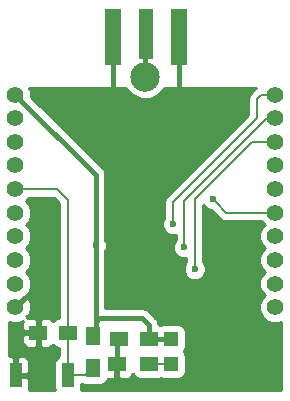
<source format=gbr>
G04 #@! TF.FileFunction,Copper,L1,Top,Signal*
%FSLAX46Y46*%
G04 Gerber Fmt 4.6, Leading zero omitted, Abs format (unit mm)*
G04 Created by KiCad (PCBNEW 4.0.4-stable) date 01/28/17 15:21:22*
%MOMM*%
%LPD*%
G01*
G04 APERTURE LIST*
%ADD10C,0.100000*%
%ADD11C,0.500000*%
%ADD12R,1.500000X1.250000*%
%ADD13R,1.300000X1.500000*%
%ADD14C,1.400000*%
%ADD15R,1.198880X1.198880*%
%ADD16R,1.500000X1.300000*%
%ADD17R,1.350000X4.700000*%
%ADD18R,1.270000X4.200000*%
%ADD19C,2.500000*%
%ADD20R,1.000000X2.000000*%
%ADD21C,0.600000*%
%ADD22C,0.203200*%
%ADD23C,0.381000*%
%ADD24C,0.200000*%
%ADD25C,0.250000*%
%ADD26C,0.254000*%
G04 APERTURE END LIST*
D10*
D11*
X177370000Y-105260000D03*
X177350000Y-107110000D03*
X179300000Y-107120000D03*
X186030000Y-105230000D03*
X187890000Y-110210000D03*
X180200000Y-110210000D03*
X183530000Y-110210000D03*
X183530000Y-112900000D03*
X183970000Y-123570000D03*
X183970000Y-120400000D03*
X180290000Y-120420000D03*
X181330000Y-107110000D03*
X180440000Y-105230000D03*
X189550000Y-124990000D03*
X194550000Y-124990000D03*
X194550000Y-129990000D03*
X189550000Y-129990000D03*
X184550000Y-129990000D03*
X184330000Y-106000000D03*
X189330000Y-106000000D03*
X188330000Y-106000000D03*
X187330000Y-106000000D03*
X186330000Y-106000000D03*
X185330000Y-106000000D03*
X189030000Y-108130000D03*
X188030000Y-108130000D03*
X187030000Y-108130000D03*
X186030000Y-108130000D03*
X185030000Y-108130000D03*
X184030000Y-108130000D03*
X179550000Y-129990000D03*
X175280000Y-105260000D03*
D12*
X183470000Y-125930000D03*
X180970000Y-125930000D03*
D13*
X178730000Y-125690000D03*
X178730000Y-128390000D03*
D14*
X194180000Y-105230000D03*
X194180000Y-107230000D03*
X194180000Y-109230000D03*
X194180000Y-111230000D03*
X194180000Y-113230000D03*
X194180000Y-115230000D03*
X194180000Y-117230000D03*
X194180000Y-119230000D03*
X194180000Y-121230000D03*
X194180000Y-123230000D03*
X172180000Y-123230000D03*
X172180000Y-121230000D03*
X172180000Y-119230000D03*
X172180000Y-117230000D03*
X172180000Y-115230000D03*
X172180000Y-113230000D03*
X172180000Y-111230000D03*
X172180000Y-109230000D03*
X172180000Y-107230000D03*
X172180000Y-105230000D03*
D15*
X185390000Y-125930980D03*
X185390000Y-128029020D03*
D12*
X176630000Y-125390000D03*
X174130000Y-125390000D03*
D16*
X183500000Y-128000000D03*
X180800000Y-128000000D03*
D17*
X186050000Y-100350000D03*
D18*
X183265000Y-100100000D03*
D17*
X180480000Y-100350000D03*
D19*
X183200000Y-103700000D03*
D11*
X174230000Y-123330000D03*
D20*
X172230000Y-128990000D03*
X176630000Y-128990000D03*
D21*
X179000000Y-118000000D03*
X188890403Y-114050403D03*
X185540000Y-116200000D03*
X186500000Y-118160000D03*
X187370000Y-120010000D03*
D22*
X172180000Y-113230000D02*
X175747045Y-113262646D01*
X176620000Y-114120053D02*
X176630000Y-125390000D01*
X175747045Y-113262646D02*
X176620000Y-114120053D01*
X176630000Y-128990000D02*
X176630000Y-125390000D01*
X176630000Y-128990000D02*
X178130000Y-128990000D01*
X178130000Y-128990000D02*
X178730000Y-128390000D01*
D23*
X180800000Y-128000000D02*
X180800000Y-126100000D01*
X180800000Y-126100000D02*
X180970000Y-125930000D01*
X180480000Y-100350000D02*
X180480000Y-104660000D01*
X186050000Y-103081000D02*
X186050000Y-104680000D01*
X186050000Y-100350000D02*
X186050000Y-103081000D01*
X186050000Y-103081000D02*
X186040000Y-103091000D01*
D24*
X186050000Y-100350000D02*
X186050000Y-102025000D01*
D23*
X183470000Y-125930000D02*
X183470000Y-124700000D01*
X179300000Y-124160000D02*
X179000000Y-124460000D01*
X182930000Y-124160000D02*
X179300000Y-124160000D01*
X183470000Y-124700000D02*
X182930000Y-124160000D01*
X179000000Y-118000000D02*
X179000000Y-124460000D01*
X179000000Y-124460000D02*
X179000000Y-125420000D01*
X179000000Y-125420000D02*
X178730000Y-125690000D01*
X183470000Y-125930000D02*
X185389020Y-125930000D01*
X185389020Y-125930000D02*
X185390000Y-125930980D01*
X172180000Y-105230000D02*
X179000000Y-112050000D01*
X179000000Y-112050000D02*
X179000000Y-118000000D01*
D22*
X185390000Y-128029020D02*
X183529020Y-128029020D01*
X183529020Y-128029020D02*
X183500000Y-128000000D01*
D23*
X183200000Y-103700000D02*
X183200000Y-100165000D01*
X183200000Y-100165000D02*
X183265000Y-100100000D01*
D22*
X190070000Y-115230000D02*
X189190402Y-114350402D01*
X194180000Y-115230000D02*
X190070000Y-115230000D01*
X189190402Y-114350402D02*
X188890403Y-114050403D01*
D25*
X194020000Y-115300000D02*
X194220000Y-115100000D01*
D22*
X194180000Y-105230000D02*
X193030000Y-105230000D01*
X193030000Y-105230000D02*
X192670000Y-105590000D01*
X192670000Y-107230000D02*
X185540000Y-114360000D01*
X192670000Y-105590000D02*
X192670000Y-107230000D01*
X185540000Y-114360000D02*
X185540000Y-116200000D01*
D25*
X194220000Y-105100000D02*
X194220000Y-105370000D01*
D22*
X194180000Y-107230000D02*
X193510000Y-107230000D01*
X193510000Y-107230000D02*
X186500000Y-114240000D01*
X186500000Y-114240000D02*
X186500000Y-117735736D01*
X186500000Y-117735736D02*
X186500000Y-118160000D01*
X194180000Y-109230000D02*
X192230000Y-109230000D01*
X192230000Y-109230000D02*
X187370000Y-114090000D01*
X187370000Y-114090000D02*
X187370000Y-117709630D01*
X187370000Y-117709630D02*
X187370000Y-120010000D01*
D26*
G36*
X175443003Y-113996494D02*
X175883674Y-114429316D01*
X175892270Y-124117560D01*
X175880000Y-124117560D01*
X175644683Y-124161838D01*
X175428559Y-124300910D01*
X175382031Y-124369006D01*
X175239698Y-124226673D01*
X175006309Y-124130000D01*
X174415750Y-124130000D01*
X174257000Y-124288750D01*
X174257000Y-125263000D01*
X174277000Y-125263000D01*
X174277000Y-125517000D01*
X174257000Y-125517000D01*
X174257000Y-126491250D01*
X174415750Y-126650000D01*
X175006309Y-126650000D01*
X175239698Y-126553327D01*
X175380936Y-126412090D01*
X175415910Y-126466441D01*
X175628110Y-126611431D01*
X175880000Y-126662440D01*
X175893400Y-126662440D01*
X175893400Y-127387664D01*
X175678559Y-127525910D01*
X175533569Y-127738110D01*
X175482560Y-127990000D01*
X175482560Y-129990000D01*
X175526838Y-130225317D01*
X175533069Y-130235000D01*
X173315837Y-130235000D01*
X173365000Y-130116310D01*
X173365000Y-129275750D01*
X173206250Y-129117000D01*
X172357000Y-129117000D01*
X172357000Y-129137000D01*
X172103000Y-129137000D01*
X172103000Y-129117000D01*
X172083000Y-129117000D01*
X172083000Y-128863000D01*
X172103000Y-128863000D01*
X172103000Y-127513750D01*
X172357000Y-127513750D01*
X172357000Y-128863000D01*
X173206250Y-128863000D01*
X173365000Y-128704250D01*
X173365000Y-127863690D01*
X173268327Y-127630301D01*
X173089698Y-127451673D01*
X172856309Y-127355000D01*
X172515750Y-127355000D01*
X172357000Y-127513750D01*
X172103000Y-127513750D01*
X171944250Y-127355000D01*
X171675000Y-127355000D01*
X171675000Y-125675750D01*
X172745000Y-125675750D01*
X172745000Y-126141310D01*
X172841673Y-126374699D01*
X173020302Y-126553327D01*
X173253691Y-126650000D01*
X173844250Y-126650000D01*
X174003000Y-126491250D01*
X174003000Y-125517000D01*
X172903750Y-125517000D01*
X172745000Y-125675750D01*
X171675000Y-125675750D01*
X171675000Y-124467526D01*
X171987122Y-124577419D01*
X172517440Y-124548664D01*
X172837142Y-124416239D01*
X172745000Y-124638690D01*
X172745000Y-125104250D01*
X172903750Y-125263000D01*
X174003000Y-125263000D01*
X174003000Y-124288750D01*
X173844250Y-124130000D01*
X173253691Y-124130000D01*
X173164500Y-124166944D01*
X173230526Y-124100918D01*
X173115277Y-123985669D01*
X173351042Y-123923831D01*
X173527419Y-123422878D01*
X173498664Y-122892560D01*
X173351042Y-122536169D01*
X173115275Y-122474331D01*
X172359605Y-123230000D01*
X172373748Y-123244142D01*
X172194142Y-123423748D01*
X172180000Y-123409605D01*
X172165858Y-123423748D01*
X171986253Y-123244143D01*
X172000395Y-123230000D01*
X171986253Y-123215858D01*
X172165858Y-123036252D01*
X172180000Y-123050395D01*
X172820621Y-122409773D01*
X172935229Y-122362418D01*
X173311098Y-121987204D01*
X173514768Y-121496713D01*
X173515231Y-120965617D01*
X173312418Y-120474771D01*
X173067976Y-120229902D01*
X173311098Y-119987204D01*
X173514768Y-119496713D01*
X173515231Y-118965617D01*
X173312418Y-118474771D01*
X173067976Y-118229902D01*
X173311098Y-117987204D01*
X173514768Y-117496713D01*
X173515231Y-116965617D01*
X173312418Y-116474771D01*
X173067976Y-116229902D01*
X173311098Y-115987204D01*
X173514768Y-115496713D01*
X173515231Y-114965617D01*
X173312418Y-114474771D01*
X173067976Y-114229902D01*
X173311098Y-113987204D01*
X173315326Y-113977021D01*
X175443003Y-113996494D01*
X175443003Y-113996494D01*
G37*
X175443003Y-113996494D02*
X175883674Y-114429316D01*
X175892270Y-124117560D01*
X175880000Y-124117560D01*
X175644683Y-124161838D01*
X175428559Y-124300910D01*
X175382031Y-124369006D01*
X175239698Y-124226673D01*
X175006309Y-124130000D01*
X174415750Y-124130000D01*
X174257000Y-124288750D01*
X174257000Y-125263000D01*
X174277000Y-125263000D01*
X174277000Y-125517000D01*
X174257000Y-125517000D01*
X174257000Y-126491250D01*
X174415750Y-126650000D01*
X175006309Y-126650000D01*
X175239698Y-126553327D01*
X175380936Y-126412090D01*
X175415910Y-126466441D01*
X175628110Y-126611431D01*
X175880000Y-126662440D01*
X175893400Y-126662440D01*
X175893400Y-127387664D01*
X175678559Y-127525910D01*
X175533569Y-127738110D01*
X175482560Y-127990000D01*
X175482560Y-129990000D01*
X175526838Y-130225317D01*
X175533069Y-130235000D01*
X173315837Y-130235000D01*
X173365000Y-130116310D01*
X173365000Y-129275750D01*
X173206250Y-129117000D01*
X172357000Y-129117000D01*
X172357000Y-129137000D01*
X172103000Y-129137000D01*
X172103000Y-129117000D01*
X172083000Y-129117000D01*
X172083000Y-128863000D01*
X172103000Y-128863000D01*
X172103000Y-127513750D01*
X172357000Y-127513750D01*
X172357000Y-128863000D01*
X173206250Y-128863000D01*
X173365000Y-128704250D01*
X173365000Y-127863690D01*
X173268327Y-127630301D01*
X173089698Y-127451673D01*
X172856309Y-127355000D01*
X172515750Y-127355000D01*
X172357000Y-127513750D01*
X172103000Y-127513750D01*
X171944250Y-127355000D01*
X171675000Y-127355000D01*
X171675000Y-125675750D01*
X172745000Y-125675750D01*
X172745000Y-126141310D01*
X172841673Y-126374699D01*
X173020302Y-126553327D01*
X173253691Y-126650000D01*
X173844250Y-126650000D01*
X174003000Y-126491250D01*
X174003000Y-125517000D01*
X172903750Y-125517000D01*
X172745000Y-125675750D01*
X171675000Y-125675750D01*
X171675000Y-124467526D01*
X171987122Y-124577419D01*
X172517440Y-124548664D01*
X172837142Y-124416239D01*
X172745000Y-124638690D01*
X172745000Y-125104250D01*
X172903750Y-125263000D01*
X174003000Y-125263000D01*
X174003000Y-124288750D01*
X173844250Y-124130000D01*
X173253691Y-124130000D01*
X173164500Y-124166944D01*
X173230526Y-124100918D01*
X173115277Y-123985669D01*
X173351042Y-123923831D01*
X173527419Y-123422878D01*
X173498664Y-122892560D01*
X173351042Y-122536169D01*
X173115275Y-122474331D01*
X172359605Y-123230000D01*
X172373748Y-123244142D01*
X172194142Y-123423748D01*
X172180000Y-123409605D01*
X172165858Y-123423748D01*
X171986253Y-123244143D01*
X172000395Y-123230000D01*
X171986253Y-123215858D01*
X172165858Y-123036252D01*
X172180000Y-123050395D01*
X172820621Y-122409773D01*
X172935229Y-122362418D01*
X173311098Y-121987204D01*
X173514768Y-121496713D01*
X173515231Y-120965617D01*
X173312418Y-120474771D01*
X173067976Y-120229902D01*
X173311098Y-119987204D01*
X173514768Y-119496713D01*
X173515231Y-118965617D01*
X173312418Y-118474771D01*
X173067976Y-118229902D01*
X173311098Y-117987204D01*
X173514768Y-117496713D01*
X173515231Y-116965617D01*
X173312418Y-116474771D01*
X173067976Y-116229902D01*
X173311098Y-115987204D01*
X173514768Y-115496713D01*
X173515231Y-114965617D01*
X173312418Y-114474771D01*
X173067976Y-114229902D01*
X173311098Y-113987204D01*
X173315326Y-113977021D01*
X175443003Y-113996494D01*
G36*
X181601043Y-104766372D02*
X182130839Y-105297093D01*
X182823405Y-105584672D01*
X183573305Y-105585326D01*
X184266372Y-105298957D01*
X184797093Y-104769161D01*
X184847819Y-104647000D01*
X192602151Y-104647000D01*
X192509145Y-104709145D01*
X192149145Y-105069145D01*
X191989470Y-105308115D01*
X191933400Y-105590000D01*
X191933400Y-106924890D01*
X185019145Y-113839145D01*
X184859470Y-114078115D01*
X184803400Y-114360000D01*
X184803400Y-115614178D01*
X184747808Y-115669673D01*
X184605162Y-116013201D01*
X184604838Y-116385167D01*
X184746883Y-116728943D01*
X185009673Y-116992192D01*
X185353201Y-117134838D01*
X185725167Y-117135162D01*
X185763400Y-117119364D01*
X185763400Y-117574178D01*
X185707808Y-117629673D01*
X185565162Y-117973201D01*
X185564838Y-118345167D01*
X185706883Y-118688943D01*
X185969673Y-118952192D01*
X186313201Y-119094838D01*
X186633400Y-119095117D01*
X186633400Y-119424178D01*
X186577808Y-119479673D01*
X186435162Y-119823201D01*
X186434838Y-120195167D01*
X186576883Y-120538943D01*
X186839673Y-120802192D01*
X187183201Y-120944838D01*
X187555167Y-120945162D01*
X187898943Y-120803117D01*
X188162192Y-120540327D01*
X188304838Y-120196799D01*
X188305162Y-119824833D01*
X188163117Y-119481057D01*
X188106600Y-119424441D01*
X188106600Y-114588676D01*
X188360076Y-114842595D01*
X188703604Y-114985241D01*
X188783601Y-114985311D01*
X189549145Y-115750855D01*
X189788115Y-115910530D01*
X190070000Y-115966600D01*
X193039885Y-115966600D01*
X193047582Y-115985229D01*
X193292024Y-116230098D01*
X193048902Y-116472796D01*
X192845232Y-116963287D01*
X192844769Y-117494383D01*
X193047582Y-117985229D01*
X193292024Y-118230098D01*
X193048902Y-118472796D01*
X192845232Y-118963287D01*
X192844769Y-119494383D01*
X193047582Y-119985229D01*
X193292024Y-120230098D01*
X193048902Y-120472796D01*
X192845232Y-120963287D01*
X192844769Y-121494383D01*
X193047582Y-121985229D01*
X193292024Y-122230098D01*
X193048902Y-122472796D01*
X192845232Y-122963287D01*
X192844769Y-123494383D01*
X193047582Y-123985229D01*
X193422796Y-124361098D01*
X193913287Y-124564768D01*
X194444383Y-124565231D01*
X194685000Y-124465810D01*
X194685000Y-130235000D01*
X177727826Y-130235000D01*
X177777440Y-129990000D01*
X177777440Y-129726600D01*
X177813722Y-129726600D01*
X177828110Y-129736431D01*
X178080000Y-129787440D01*
X179380000Y-129787440D01*
X179615317Y-129743162D01*
X179831441Y-129604090D01*
X179976431Y-129391890D01*
X179998077Y-129285000D01*
X180514250Y-129285000D01*
X180673000Y-129126250D01*
X180673000Y-128127000D01*
X180653000Y-128127000D01*
X180653000Y-127873000D01*
X180673000Y-127873000D01*
X180673000Y-127853000D01*
X180927000Y-127853000D01*
X180927000Y-127873000D01*
X180947000Y-127873000D01*
X180947000Y-128127000D01*
X180927000Y-128127000D01*
X180927000Y-129126250D01*
X181085750Y-129285000D01*
X181676309Y-129285000D01*
X181909698Y-129188327D01*
X182088327Y-129009699D01*
X182144654Y-128873713D01*
X182146838Y-128885317D01*
X182285910Y-129101441D01*
X182498110Y-129246431D01*
X182750000Y-129297440D01*
X184250000Y-129297440D01*
X184485317Y-129253162D01*
X184534102Y-129221770D01*
X184538670Y-129224891D01*
X184790560Y-129275900D01*
X185989440Y-129275900D01*
X186224757Y-129231622D01*
X186440881Y-129092550D01*
X186585871Y-128880350D01*
X186636880Y-128628460D01*
X186636880Y-127429580D01*
X186592602Y-127194263D01*
X186453530Y-126978139D01*
X186452533Y-126977457D01*
X186585871Y-126782310D01*
X186636880Y-126530420D01*
X186636880Y-125331540D01*
X186592602Y-125096223D01*
X186453530Y-124880099D01*
X186241330Y-124735109D01*
X185989440Y-124684100D01*
X184790560Y-124684100D01*
X184555243Y-124728378D01*
X184527247Y-124746393D01*
X184471890Y-124708569D01*
X184289873Y-124671710D01*
X184232663Y-124384095D01*
X184232663Y-124384094D01*
X184086452Y-124165275D01*
X184053717Y-124116283D01*
X184053714Y-124116281D01*
X183513717Y-123576283D01*
X183245906Y-123397337D01*
X182930000Y-123334500D01*
X179825500Y-123334500D01*
X179825500Y-118450113D01*
X179934838Y-118186799D01*
X179935162Y-117814833D01*
X179825500Y-117549430D01*
X179825500Y-112050000D01*
X179762663Y-111734095D01*
X179583717Y-111466283D01*
X179583714Y-111466281D01*
X173514855Y-105397421D01*
X173515231Y-104965617D01*
X173383581Y-104647000D01*
X181551720Y-104647000D01*
X181601043Y-104766372D01*
X181601043Y-104766372D01*
G37*
X181601043Y-104766372D02*
X182130839Y-105297093D01*
X182823405Y-105584672D01*
X183573305Y-105585326D01*
X184266372Y-105298957D01*
X184797093Y-104769161D01*
X184847819Y-104647000D01*
X192602151Y-104647000D01*
X192509145Y-104709145D01*
X192149145Y-105069145D01*
X191989470Y-105308115D01*
X191933400Y-105590000D01*
X191933400Y-106924890D01*
X185019145Y-113839145D01*
X184859470Y-114078115D01*
X184803400Y-114360000D01*
X184803400Y-115614178D01*
X184747808Y-115669673D01*
X184605162Y-116013201D01*
X184604838Y-116385167D01*
X184746883Y-116728943D01*
X185009673Y-116992192D01*
X185353201Y-117134838D01*
X185725167Y-117135162D01*
X185763400Y-117119364D01*
X185763400Y-117574178D01*
X185707808Y-117629673D01*
X185565162Y-117973201D01*
X185564838Y-118345167D01*
X185706883Y-118688943D01*
X185969673Y-118952192D01*
X186313201Y-119094838D01*
X186633400Y-119095117D01*
X186633400Y-119424178D01*
X186577808Y-119479673D01*
X186435162Y-119823201D01*
X186434838Y-120195167D01*
X186576883Y-120538943D01*
X186839673Y-120802192D01*
X187183201Y-120944838D01*
X187555167Y-120945162D01*
X187898943Y-120803117D01*
X188162192Y-120540327D01*
X188304838Y-120196799D01*
X188305162Y-119824833D01*
X188163117Y-119481057D01*
X188106600Y-119424441D01*
X188106600Y-114588676D01*
X188360076Y-114842595D01*
X188703604Y-114985241D01*
X188783601Y-114985311D01*
X189549145Y-115750855D01*
X189788115Y-115910530D01*
X190070000Y-115966600D01*
X193039885Y-115966600D01*
X193047582Y-115985229D01*
X193292024Y-116230098D01*
X193048902Y-116472796D01*
X192845232Y-116963287D01*
X192844769Y-117494383D01*
X193047582Y-117985229D01*
X193292024Y-118230098D01*
X193048902Y-118472796D01*
X192845232Y-118963287D01*
X192844769Y-119494383D01*
X193047582Y-119985229D01*
X193292024Y-120230098D01*
X193048902Y-120472796D01*
X192845232Y-120963287D01*
X192844769Y-121494383D01*
X193047582Y-121985229D01*
X193292024Y-122230098D01*
X193048902Y-122472796D01*
X192845232Y-122963287D01*
X192844769Y-123494383D01*
X193047582Y-123985229D01*
X193422796Y-124361098D01*
X193913287Y-124564768D01*
X194444383Y-124565231D01*
X194685000Y-124465810D01*
X194685000Y-130235000D01*
X177727826Y-130235000D01*
X177777440Y-129990000D01*
X177777440Y-129726600D01*
X177813722Y-129726600D01*
X177828110Y-129736431D01*
X178080000Y-129787440D01*
X179380000Y-129787440D01*
X179615317Y-129743162D01*
X179831441Y-129604090D01*
X179976431Y-129391890D01*
X179998077Y-129285000D01*
X180514250Y-129285000D01*
X180673000Y-129126250D01*
X180673000Y-128127000D01*
X180653000Y-128127000D01*
X180653000Y-127873000D01*
X180673000Y-127873000D01*
X180673000Y-127853000D01*
X180927000Y-127853000D01*
X180927000Y-127873000D01*
X180947000Y-127873000D01*
X180947000Y-128127000D01*
X180927000Y-128127000D01*
X180927000Y-129126250D01*
X181085750Y-129285000D01*
X181676309Y-129285000D01*
X181909698Y-129188327D01*
X182088327Y-129009699D01*
X182144654Y-128873713D01*
X182146838Y-128885317D01*
X182285910Y-129101441D01*
X182498110Y-129246431D01*
X182750000Y-129297440D01*
X184250000Y-129297440D01*
X184485317Y-129253162D01*
X184534102Y-129221770D01*
X184538670Y-129224891D01*
X184790560Y-129275900D01*
X185989440Y-129275900D01*
X186224757Y-129231622D01*
X186440881Y-129092550D01*
X186585871Y-128880350D01*
X186636880Y-128628460D01*
X186636880Y-127429580D01*
X186592602Y-127194263D01*
X186453530Y-126978139D01*
X186452533Y-126977457D01*
X186585871Y-126782310D01*
X186636880Y-126530420D01*
X186636880Y-125331540D01*
X186592602Y-125096223D01*
X186453530Y-124880099D01*
X186241330Y-124735109D01*
X185989440Y-124684100D01*
X184790560Y-124684100D01*
X184555243Y-124728378D01*
X184527247Y-124746393D01*
X184471890Y-124708569D01*
X184289873Y-124671710D01*
X184232663Y-124384095D01*
X184232663Y-124384094D01*
X184086452Y-124165275D01*
X184053717Y-124116283D01*
X184053714Y-124116281D01*
X183513717Y-123576283D01*
X183245906Y-123397337D01*
X182930000Y-123334500D01*
X179825500Y-123334500D01*
X179825500Y-118450113D01*
X179934838Y-118186799D01*
X179935162Y-117814833D01*
X179825500Y-117549430D01*
X179825500Y-112050000D01*
X179762663Y-111734095D01*
X179583717Y-111466283D01*
X179583714Y-111466281D01*
X173514855Y-105397421D01*
X173515231Y-104965617D01*
X173383581Y-104647000D01*
X181551720Y-104647000D01*
X181601043Y-104766372D01*
G36*
X181097000Y-125803000D02*
X181117000Y-125803000D01*
X181117000Y-126057000D01*
X181097000Y-126057000D01*
X181097000Y-126077000D01*
X180843000Y-126077000D01*
X180843000Y-126057000D01*
X180823000Y-126057000D01*
X180823000Y-125803000D01*
X180843000Y-125803000D01*
X180843000Y-125783000D01*
X181097000Y-125783000D01*
X181097000Y-125803000D01*
X181097000Y-125803000D01*
G37*
X181097000Y-125803000D02*
X181117000Y-125803000D01*
X181117000Y-126057000D01*
X181097000Y-126057000D01*
X181097000Y-126077000D01*
X180843000Y-126077000D01*
X180843000Y-126057000D01*
X180823000Y-126057000D01*
X180823000Y-125803000D01*
X180843000Y-125803000D01*
X180843000Y-125783000D01*
X181097000Y-125783000D01*
X181097000Y-125803000D01*
M02*

</source>
